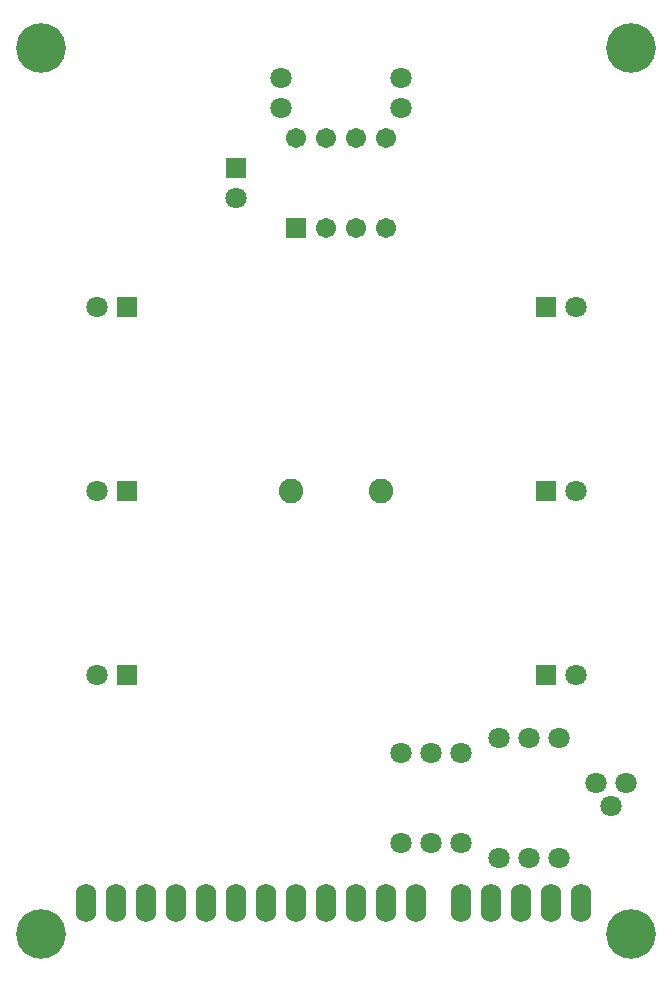
<source format=gbs>
G04 Layer_Color=16711935*
%FSLAX43Y43*%
%MOMM*%
G71*
G01*
G75*
%ADD29C,4.203*%
%ADD30C,1.803*%
%ADD31O,1.727X3.251*%
%ADD32R,1.703X1.703*%
%ADD33C,1.703*%
%ADD34R,1.803X1.803*%
%ADD35C,1.803*%
%ADD36R,1.803X1.803*%
%ADD37C,2.083*%
D29*
X52500Y2500D02*
D03*
X2500D02*
D03*
Y77500D02*
D03*
X52500D02*
D03*
D30*
X38100Y10160D02*
D03*
Y17780D02*
D03*
X35560Y10160D02*
D03*
Y17780D02*
D03*
X33020Y10160D02*
D03*
Y17780D02*
D03*
X52070Y15240D02*
D03*
X50800Y13335D02*
D03*
X49530Y15240D02*
D03*
X33020Y74930D02*
D03*
X22860D02*
D03*
X33020Y72390D02*
D03*
X22860D02*
D03*
X7230Y55600D02*
D03*
Y40000D02*
D03*
Y24400D02*
D03*
X47770Y55600D02*
D03*
Y40000D02*
D03*
Y24400D02*
D03*
X41275Y19050D02*
D03*
Y8890D02*
D03*
X43815D02*
D03*
Y19050D02*
D03*
X46355D02*
D03*
Y8890D02*
D03*
D31*
X38100Y5080D02*
D03*
X40640D02*
D03*
X43180D02*
D03*
X45720D02*
D03*
X48260D02*
D03*
X16510D02*
D03*
X19050D02*
D03*
X21590D02*
D03*
X13970D02*
D03*
X24130D02*
D03*
X26670D02*
D03*
X6350D02*
D03*
X8890D02*
D03*
X11430D02*
D03*
X29210D02*
D03*
X31750D02*
D03*
X34290D02*
D03*
D32*
X24130Y62230D02*
D03*
D33*
X26670D02*
D03*
X29210D02*
D03*
X31750D02*
D03*
X24130Y69850D02*
D03*
X26670D02*
D03*
X29210D02*
D03*
X31750D02*
D03*
D34*
X19050Y67310D02*
D03*
D35*
Y64770D02*
D03*
D36*
X9770Y55600D02*
D03*
Y40000D02*
D03*
Y24400D02*
D03*
X45230Y55600D02*
D03*
Y40000D02*
D03*
Y24400D02*
D03*
D37*
X31310Y40000D02*
D03*
X23690D02*
D03*
M02*

</source>
